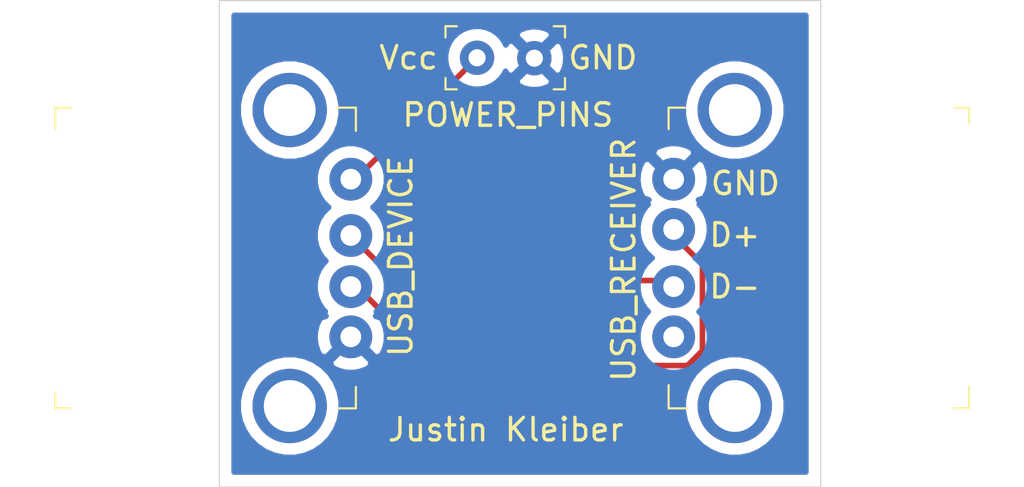
<source format=kicad_pcb>
(kicad_pcb (version 20171130) (host pcbnew 5.1.2-f72e74a~84~ubuntu16.04.1)

  (general
    (thickness 1.6)
    (drawings 10)
    (tracks 11)
    (zones 0)
    (modules 3)
    (nets 8)
  )

  (page A4)
  (layers
    (0 F.Cu signal)
    (31 B.Cu signal)
    (32 B.Adhes user)
    (33 F.Adhes user)
    (34 B.Paste user)
    (35 F.Paste user)
    (36 B.SilkS user)
    (37 F.SilkS user)
    (38 B.Mask user)
    (39 F.Mask user)
    (40 Dwgs.User user)
    (41 Cmts.User user)
    (42 Eco1.User user)
    (43 Eco2.User user)
    (44 Edge.Cuts user)
    (45 Margin user)
    (46 B.CrtYd user)
    (47 F.CrtYd user)
    (48 B.Fab user)
    (49 F.Fab user)
  )

  (setup
    (last_trace_width 0.25)
    (trace_clearance 0.2)
    (zone_clearance 0.508)
    (zone_45_only no)
    (trace_min 0.2)
    (via_size 0.8)
    (via_drill 0.4)
    (via_min_size 0.4)
    (via_min_drill 0.3)
    (uvia_size 0.3)
    (uvia_drill 0.1)
    (uvias_allowed no)
    (uvia_min_size 0.2)
    (uvia_min_drill 0.1)
    (edge_width 0.05)
    (segment_width 0.2)
    (pcb_text_width 0.3)
    (pcb_text_size 1.5 1.5)
    (mod_edge_width 0.12)
    (mod_text_size 1 1)
    (mod_text_width 0.15)
    (pad_size 1.524 1.524)
    (pad_drill 0.762)
    (pad_to_mask_clearance 0.051)
    (solder_mask_min_width 0.25)
    (aux_axis_origin 0 0)
    (visible_elements FFFFFF7F)
    (pcbplotparams
      (layerselection 0x010fc_ffffffff)
      (usegerberextensions false)
      (usegerberattributes false)
      (usegerberadvancedattributes false)
      (creategerberjobfile false)
      (excludeedgelayer true)
      (linewidth 0.100000)
      (plotframeref false)
      (viasonmask false)
      (mode 1)
      (useauxorigin false)
      (hpglpennumber 1)
      (hpglpenspeed 20)
      (hpglpendiameter 15.000000)
      (psnegative false)
      (psa4output false)
      (plotreference true)
      (plotvalue true)
      (plotinvisibletext false)
      (padsonsilk false)
      (subtractmaskfromsilk false)
      (outputformat 1)
      (mirror false)
      (drillshape 0)
      (scaleselection 1)
      (outputdirectory "gerber_files/"))
  )

  (net 0 "")
  (net 1 GND)
  (net 2 "Net-(POWER_PINS1-Pad1)")
  (net 3 "Net-(USB_DEVICE1-Pad3)")
  (net 4 "Net-(USB_DEVICE1-Pad2)")
  (net 5 "Net-(USB_DEVICE1-PadSH)")
  (net 6 "Net-(USB_RECEIVER1-Pad1)")
  (net 7 "Net-(USB_RECEIVER1-PadSH)")

  (net_class Default "This is the default net class."
    (clearance 0.2)
    (trace_width 0.25)
    (via_dia 0.8)
    (via_drill 0.4)
    (uvia_dia 0.3)
    (uvia_drill 0.1)
    (add_net GND)
    (add_net "Net-(POWER_PINS1-Pad1)")
    (add_net "Net-(USB_DEVICE1-Pad2)")
    (add_net "Net-(USB_DEVICE1-Pad3)")
    (add_net "Net-(USB_DEVICE1-PadSH)")
    (add_net "Net-(USB_RECEIVER1-Pad1)")
    (add_net "Net-(USB_RECEIVER1-PadSH)")
  )

  (module digikey-footprints:USB_A_Female_UE27AC54100 (layer F.Cu) (tedit 5D2AB2B8) (tstamp 5D2AFBC4)
    (at 78.05 74.93 270)
    (path /5D2D9EC0)
    (fp_text reference USB_DEVICE (at -0.075 -4.925 270) (layer F.SilkS)
      (effects (font (size 1 1) (thickness 0.15)))
    )
    (fp_text value UE27AC54100 (at 0 12 270) (layer F.Fab)
      (effects (font (size 1 1) (thickness 0.15)))
    )
    (fp_line (start -6.55 -2.82) (end 6.55 -2.82) (layer F.Fab) (width 0.1))
    (fp_line (start 6.55 -2.82) (end 6.55 10.28) (layer F.Fab) (width 0.1))
    (fp_line (start -6.55 -2.82) (end -6.55 10.28) (layer F.Fab) (width 0.1))
    (fp_line (start -6.55 10.28) (end 6.55 10.28) (layer F.Fab) (width 0.1))
    (fp_line (start 6.675 -2.935) (end 6.675 -2.21) (layer F.SilkS) (width 0.1))
    (fp_line (start 5.725 -2.935) (end 6.675 -2.935) (layer F.SilkS) (width 0.1))
    (fp_line (start -6.675 -2.935) (end -6.675 -2.135) (layer F.SilkS) (width 0.1))
    (fp_line (start -5.65 -2.935) (end -6.675 -2.935) (layer F.SilkS) (width 0.1))
    (fp_line (start 6.675 10.395) (end 5.975 10.395) (layer F.SilkS) (width 0.1))
    (fp_line (start 6.675 9.745) (end 6.675 10.395) (layer F.SilkS) (width 0.1))
    (fp_line (start -6.675 10.395) (end -6.675 9.72) (layer F.SilkS) (width 0.1))
    (fp_line (start -5.7 10.395) (end -6.675 10.395) (layer F.SilkS) (width 0.1))
    (fp_line (start -8.45 -3.94) (end 8.45 -3.94) (layer F.CrtYd) (width 0.05))
    (fp_line (start 8.45 -3.94) (end 8.45 10.57) (layer F.CrtYd) (width 0.05))
    (fp_line (start -8.45 -3.94) (end -8.45 10.57) (layer F.CrtYd) (width 0.05))
    (fp_line (start -8.45 10.57) (end 8.45 10.57) (layer F.CrtYd) (width 0.05))
    (fp_text user %R (at -0.025 0.975 270) (layer F.Fab)
      (effects (font (size 1 1) (thickness 0.15)))
    )
    (pad 4 thru_hole circle (at 3.5 -2.71 270) (size 1.9 1.9) (drill 0.92) (layers *.Cu *.Mask)
      (net 1 GND))
    (pad 3 thru_hole circle (at 1.27 -2.71 270) (size 1.9 1.9) (drill 0.92) (layers *.Cu *.Mask)
      (net 3 "Net-(USB_DEVICE1-Pad3)"))
    (pad 2 thru_hole circle (at -1 -2.71 270) (size 1.9 1.9) (drill 0.92) (layers *.Cu *.Mask)
      (net 4 "Net-(USB_DEVICE1-Pad2)"))
    (pad 1 thru_hole circle (at -3.5 -2.71 270) (size 1.9 1.9) (drill 0.92) (layers *.Cu *.Mask)
      (net 2 "Net-(POWER_PINS1-Pad1)"))
    (pad SH thru_hole circle (at 6.57 0 270) (size 3.3 3.3) (drill 2.3) (layers *.Cu *.Mask)
      (net 5 "Net-(USB_DEVICE1-PadSH)"))
    (pad SH thru_hole circle (at -6.57 0 270) (size 3.3 3.3) (drill 2.3) (layers *.Cu *.Mask)
      (net 5 "Net-(USB_DEVICE1-PadSH)"))
  )

  (module digikey-footprints:USB_A_Female_UE27AC54100 (layer F.Cu) (tedit 5D2AB266) (tstamp 5D2AFBDF)
    (at 97.79 74.93 90)
    (path /5D2D4224)
    (fp_text reference USB_RECEIVER (at -0.075 -4.925 90) (layer F.SilkS)
      (effects (font (size 1 1) (thickness 0.15)))
    )
    (fp_text value UE27AC54100 (at 0 12 90) (layer F.Fab)
      (effects (font (size 1 1) (thickness 0.15)))
    )
    (fp_line (start -6.55 -2.82) (end 6.55 -2.82) (layer F.Fab) (width 0.1))
    (fp_line (start 6.55 -2.82) (end 6.55 10.28) (layer F.Fab) (width 0.1))
    (fp_line (start -6.55 -2.82) (end -6.55 10.28) (layer F.Fab) (width 0.1))
    (fp_line (start -6.55 10.28) (end 6.55 10.28) (layer F.Fab) (width 0.1))
    (fp_line (start 6.675 -2.935) (end 6.675 -2.21) (layer F.SilkS) (width 0.1))
    (fp_line (start 5.725 -2.935) (end 6.675 -2.935) (layer F.SilkS) (width 0.1))
    (fp_line (start -6.675 -2.935) (end -6.675 -2.135) (layer F.SilkS) (width 0.1))
    (fp_line (start -5.65 -2.935) (end -6.675 -2.935) (layer F.SilkS) (width 0.1))
    (fp_line (start 6.675 10.395) (end 5.975 10.395) (layer F.SilkS) (width 0.1))
    (fp_line (start 6.675 9.745) (end 6.675 10.395) (layer F.SilkS) (width 0.1))
    (fp_line (start -6.675 10.395) (end -6.675 9.72) (layer F.SilkS) (width 0.1))
    (fp_line (start -5.7 10.395) (end -6.675 10.395) (layer F.SilkS) (width 0.1))
    (fp_line (start -8.45 -3.94) (end 8.45 -3.94) (layer F.CrtYd) (width 0.05))
    (fp_line (start 8.45 -3.94) (end 8.45 10.57) (layer F.CrtYd) (width 0.05))
    (fp_line (start -8.45 -3.94) (end -8.45 10.57) (layer F.CrtYd) (width 0.05))
    (fp_line (start -8.45 10.57) (end 8.45 10.57) (layer F.CrtYd) (width 0.05))
    (fp_text user %R (at -0.025 0.975 90) (layer F.Fab)
      (effects (font (size 1 1) (thickness 0.15)))
    )
    (pad 4 thru_hole circle (at 3.5 -2.71 90) (size 1.9 1.9) (drill 0.92) (layers *.Cu *.Mask)
      (net 1 GND))
    (pad 3 thru_hole circle (at 1.27 -2.71 90) (size 1.9 1.9) (drill 0.92) (layers *.Cu *.Mask)
      (net 3 "Net-(USB_DEVICE1-Pad3)"))
    (pad 2 thru_hole circle (at -1.27 -2.71 90) (size 1.9 1.9) (drill 0.92) (layers *.Cu *.Mask)
      (net 4 "Net-(USB_DEVICE1-Pad2)"))
    (pad 1 thru_hole circle (at -3.5 -2.71 90) (size 1.9 1.9) (drill 0.92) (layers *.Cu *.Mask)
      (net 6 "Net-(USB_RECEIVER1-Pad1)"))
    (pad SH thru_hole circle (at 6.57 0 90) (size 3.3 3.3) (drill 2.3) (layers *.Cu *.Mask)
      (net 7 "Net-(USB_RECEIVER1-PadSH)"))
    (pad SH thru_hole circle (at -6.57 0 90) (size 3.3 3.3) (drill 2.3) (layers *.Cu *.Mask)
      (net 7 "Net-(USB_RECEIVER1-PadSH)"))
  )

  (module digikey-footprints:PinHeader_1x2_P2.54mm (layer F.Cu) (tedit 5A57D437) (tstamp 5D2AFBA9)
    (at 86.36 66.04)
    (path /5D2D024E)
    (fp_text reference POWER_PINS (at 1.37 2.54) (layer F.SilkS)
      (effects (font (size 1 1) (thickness 0.15)))
    )
    (fp_text value M20-9990246 (at 1.26 2.84) (layer F.Fab)
      (effects (font (size 1 1) (thickness 0.15)))
    )
    (fp_line (start -1.27 1.27) (end -1.27 -1.27) (layer F.Fab) (width 0.1))
    (fp_line (start -1.27 -1.27) (end 3.81 -1.27) (layer F.Fab) (width 0.1))
    (fp_line (start 3.81 1.27) (end 3.81 -1.27) (layer F.Fab) (width 0.1))
    (fp_line (start -1.27 1.27) (end 3.81 1.27) (layer F.Fab) (width 0.1))
    (fp_line (start 3.9 -1.4) (end 3.4 -1.4) (layer F.SilkS) (width 0.1))
    (fp_line (start 3.9 -1.4) (end 3.9 -0.9) (layer F.SilkS) (width 0.1))
    (fp_line (start -1.4 -1.4) (end -0.9 -1.4) (layer F.SilkS) (width 0.1))
    (fp_line (start -1.4 -1.4) (end -1.4 -0.9) (layer F.SilkS) (width 0.1))
    (fp_line (start -1.4 1.4) (end -0.9 1.4) (layer F.SilkS) (width 0.1))
    (fp_line (start -1.4 1.4) (end -1.4 0.9) (layer F.SilkS) (width 0.1))
    (fp_line (start 3.9 1.4) (end 3.4 1.4) (layer F.SilkS) (width 0.1))
    (fp_line (start 3.9 1.4) (end 3.9 0.9) (layer F.SilkS) (width 0.1))
    (fp_text user %R (at 1.2 0) (layer F.Fab)
      (effects (font (size 1 1) (thickness 0.15)))
    )
    (fp_line (start 4.06 -1.52) (end -1.52 -1.52) (layer F.CrtYd) (width 0.05))
    (fp_line (start 4.06 -1.52) (end 4.06 1.52) (layer F.CrtYd) (width 0.05))
    (fp_line (start -1.52 -1.52) (end -1.52 1.52) (layer F.CrtYd) (width 0.05))
    (fp_line (start 4.06 1.52) (end -1.52 1.52) (layer F.CrtYd) (width 0.05))
    (pad 2 thru_hole circle (at 2.54 0.02) (size 1.524 1.524) (drill 0.762) (layers *.Cu *.Mask)
      (net 1 GND))
    (pad 1 thru_hole circle (at 0 0) (size 1.524 1.524) (drill 0.762) (layers *.Cu *.Mask)
      (net 2 "Net-(POWER_PINS1-Pad1)"))
  )

  (gr_text Vcc (at 83.32 66.04) (layer F.SilkS)
    (effects (font (size 1 1) (thickness 0.15)))
  )
  (gr_text "GND\n" (at 91.94 66.04) (layer F.SilkS)
    (effects (font (size 1 1) (thickness 0.15)))
  )
  (gr_line (start 74.93 85.09) (end 74.93 63.5) (layer Edge.Cuts) (width 0.05) (tstamp 5D2C6819))
  (gr_line (start 101.6 85.09) (end 74.93 85.09) (layer Edge.Cuts) (width 0.05))
  (gr_line (start 101.6 63.5) (end 101.6 85.09) (layer Edge.Cuts) (width 0.05))
  (gr_line (start 74.93 63.5) (end 101.6 63.5) (layer Edge.Cuts) (width 0.05))
  (gr_text D- (at 97.79 76.2) (layer F.SilkS)
    (effects (font (size 1 1) (thickness 0.15)))
  )
  (gr_text D+ (at 97.79 73.91) (layer F.SilkS)
    (effects (font (size 1 1) (thickness 0.15)))
  )
  (gr_text GND (at 98.26 71.62) (layer F.SilkS)
    (effects (font (size 1 1) (thickness 0.15)))
  )
  (gr_text "Justin Kleiber" (at 87.63 82.55) (layer F.SilkS)
    (effects (font (size 1 1) (thickness 0.15)))
  )

  (segment (start 94.27 71.43) (end 95.08 71.43) (width 0.25) (layer F.Cu) (net 1))
  (segment (start 80.97 71.43) (end 80.76 71.43) (width 0.25) (layer F.Cu) (net 2))
  (segment (start 86.36 66.04) (end 80.97 71.43) (width 0.25) (layer F.Cu) (net 2))
  (segment (start 96.355001 75.205001) (end 96.029999 74.879999) (width 0.25) (layer F.Cu) (net 3))
  (segment (start 95.692001 79.705001) (end 96.355001 79.042001) (width 0.25) (layer F.Cu) (net 3))
  (segment (start 84.535001 79.705001) (end 95.692001 79.705001) (width 0.25) (layer F.Cu) (net 3))
  (segment (start 96.029999 74.879999) (end 95.08 73.93) (width 0.25) (layer F.Cu) (net 3))
  (segment (start 96.355001 79.042001) (end 96.355001 75.205001) (width 0.25) (layer F.Cu) (net 3))
  (segment (start 80.76 75.93) (end 84.535001 79.705001) (width 0.25) (layer F.Cu) (net 3))
  (segment (start 82.76 75.93) (end 95.08 75.93) (width 0.25) (layer F.Cu) (net 4))
  (segment (start 80.76 73.93) (end 82.76 75.93) (width 0.25) (layer F.Cu) (net 4))

  (zone (net 1) (net_name GND) (layer B.Cu) (tstamp 5D2D1272) (hatch edge 0.508)
    (connect_pads (clearance 0.508))
    (min_thickness 0.254)
    (fill yes (arc_segments 32) (thermal_gap 0.508) (thermal_bridge_width 0.508))
    (polygon
      (pts
        (xy 101.6 63.5) (xy 74.93 63.5) (xy 74.93 85.09) (xy 101.6 85.09)
      )
    )
    (filled_polygon
      (pts
        (xy 100.940001 84.43) (xy 75.59 84.43) (xy 75.59 81.274947) (xy 75.765 81.274947) (xy 75.765 81.725053)
        (xy 75.852811 82.16651) (xy 76.025059 82.582353) (xy 76.275125 82.956603) (xy 76.593397 83.274875) (xy 76.967647 83.524941)
        (xy 77.38349 83.697189) (xy 77.824947 83.785) (xy 78.275053 83.785) (xy 78.71651 83.697189) (xy 79.132353 83.524941)
        (xy 79.506603 83.274875) (xy 79.824875 82.956603) (xy 80.074941 82.582353) (xy 80.247189 82.16651) (xy 80.335 81.725053)
        (xy 80.335 81.274947) (xy 95.505 81.274947) (xy 95.505 81.725053) (xy 95.592811 82.16651) (xy 95.765059 82.582353)
        (xy 96.015125 82.956603) (xy 96.333397 83.274875) (xy 96.707647 83.524941) (xy 97.12349 83.697189) (xy 97.564947 83.785)
        (xy 98.015053 83.785) (xy 98.45651 83.697189) (xy 98.872353 83.524941) (xy 99.246603 83.274875) (xy 99.564875 82.956603)
        (xy 99.814941 82.582353) (xy 99.987189 82.16651) (xy 100.075 81.725053) (xy 100.075 81.274947) (xy 99.987189 80.83349)
        (xy 99.814941 80.417647) (xy 99.564875 80.043397) (xy 99.246603 79.725125) (xy 98.872353 79.475059) (xy 98.45651 79.302811)
        (xy 98.015053 79.215) (xy 97.564947 79.215) (xy 97.12349 79.302811) (xy 96.707647 79.475059) (xy 96.333397 79.725125)
        (xy 96.015125 80.043397) (xy 95.765059 80.417647) (xy 95.592811 80.83349) (xy 95.505 81.274947) (xy 80.335 81.274947)
        (xy 80.247189 80.83349) (xy 80.074941 80.417647) (xy 79.824875 80.043397) (xy 79.506603 79.725125) (xy 79.214207 79.529752)
        (xy 79.839853 79.529752) (xy 79.929579 79.789042) (xy 80.210671 79.924935) (xy 80.512873 80.003379) (xy 80.824573 80.021359)
        (xy 81.133791 79.978184) (xy 81.428644 79.875513) (xy 81.590421 79.789042) (xy 81.680147 79.529752) (xy 80.76 78.609605)
        (xy 79.839853 79.529752) (xy 79.214207 79.529752) (xy 79.132353 79.475059) (xy 78.71651 79.302811) (xy 78.275053 79.215)
        (xy 77.824947 79.215) (xy 77.38349 79.302811) (xy 76.967647 79.475059) (xy 76.593397 79.725125) (xy 76.275125 80.043397)
        (xy 76.025059 80.417647) (xy 75.852811 80.83349) (xy 75.765 81.274947) (xy 75.59 81.274947) (xy 75.59 78.494573)
        (xy 79.168641 78.494573) (xy 79.211816 78.803791) (xy 79.314487 79.098644) (xy 79.400958 79.260421) (xy 79.660248 79.350147)
        (xy 80.580395 78.43) (xy 80.566253 78.415858) (xy 80.745858 78.236253) (xy 80.76 78.250395) (xy 80.774143 78.236253)
        (xy 80.953748 78.415858) (xy 80.939605 78.43) (xy 81.859752 79.350147) (xy 82.119042 79.260421) (xy 82.254935 78.979329)
        (xy 82.333379 78.677127) (xy 82.351359 78.365427) (xy 82.308184 78.056209) (xy 82.205513 77.761356) (xy 82.119042 77.599579)
        (xy 81.859754 77.509854) (xy 81.975557 77.394051) (xy 81.891518 77.310012) (xy 81.99115 77.210379) (xy 82.164609 76.950779)
        (xy 82.284089 76.662327) (xy 82.345 76.356109) (xy 82.345 76.043891) (xy 82.284089 75.737673) (xy 82.164609 75.449221)
        (xy 81.99115 75.189621) (xy 81.866529 75.065) (xy 81.99115 74.940379) (xy 82.164609 74.680779) (xy 82.284089 74.392327)
        (xy 82.345 74.086109) (xy 82.345 73.773891) (xy 82.284089 73.467673) (xy 82.164609 73.179221) (xy 81.99115 72.919621)
        (xy 81.770379 72.69885) (xy 81.742168 72.68) (xy 81.770379 72.66115) (xy 81.99115 72.440379) (xy 82.164609 72.180779)
        (xy 82.284089 71.892327) (xy 82.345 71.586109) (xy 82.345 71.494573) (xy 93.488641 71.494573) (xy 93.531816 71.803791)
        (xy 93.634487 72.098644) (xy 93.720958 72.260421) (xy 93.980246 72.350146) (xy 93.864443 72.465949) (xy 93.948483 72.549989)
        (xy 93.84885 72.649621) (xy 93.675391 72.909221) (xy 93.555911 73.197673) (xy 93.495 73.503891) (xy 93.495 73.816109)
        (xy 93.555911 74.122327) (xy 93.675391 74.410779) (xy 93.84885 74.670379) (xy 94.069621 74.89115) (xy 94.127764 74.93)
        (xy 94.069621 74.96885) (xy 93.84885 75.189621) (xy 93.675391 75.449221) (xy 93.555911 75.737673) (xy 93.495 76.043891)
        (xy 93.495 76.356109) (xy 93.555911 76.662327) (xy 93.675391 76.950779) (xy 93.84885 77.210379) (xy 93.953471 77.315)
        (xy 93.84885 77.419621) (xy 93.675391 77.679221) (xy 93.555911 77.967673) (xy 93.495 78.273891) (xy 93.495 78.586109)
        (xy 93.555911 78.892327) (xy 93.675391 79.180779) (xy 93.84885 79.440379) (xy 94.069621 79.66115) (xy 94.329221 79.834609)
        (xy 94.617673 79.954089) (xy 94.923891 80.015) (xy 95.236109 80.015) (xy 95.542327 79.954089) (xy 95.830779 79.834609)
        (xy 96.090379 79.66115) (xy 96.31115 79.440379) (xy 96.484609 79.180779) (xy 96.604089 78.892327) (xy 96.665 78.586109)
        (xy 96.665 78.273891) (xy 96.604089 77.967673) (xy 96.484609 77.679221) (xy 96.31115 77.419621) (xy 96.206529 77.315)
        (xy 96.31115 77.210379) (xy 96.484609 76.950779) (xy 96.604089 76.662327) (xy 96.665 76.356109) (xy 96.665 76.043891)
        (xy 96.604089 75.737673) (xy 96.484609 75.449221) (xy 96.31115 75.189621) (xy 96.090379 74.96885) (xy 96.032236 74.93)
        (xy 96.090379 74.89115) (xy 96.31115 74.670379) (xy 96.484609 74.410779) (xy 96.604089 74.122327) (xy 96.665 73.816109)
        (xy 96.665 73.503891) (xy 96.604089 73.197673) (xy 96.484609 72.909221) (xy 96.31115 72.649621) (xy 96.211518 72.549989)
        (xy 96.295557 72.465949) (xy 96.179754 72.350146) (xy 96.439042 72.260421) (xy 96.574935 71.979329) (xy 96.653379 71.677127)
        (xy 96.671359 71.365427) (xy 96.628184 71.056209) (xy 96.525513 70.761356) (xy 96.439042 70.599579) (xy 96.179752 70.509853)
        (xy 95.259605 71.43) (xy 95.273748 71.444143) (xy 95.094143 71.623748) (xy 95.08 71.609605) (xy 95.065858 71.623748)
        (xy 94.886253 71.444143) (xy 94.900395 71.43) (xy 93.980248 70.509853) (xy 93.720958 70.599579) (xy 93.585065 70.880671)
        (xy 93.506621 71.182873) (xy 93.488641 71.494573) (xy 82.345 71.494573) (xy 82.345 71.273891) (xy 82.284089 70.967673)
        (xy 82.164609 70.679221) (xy 81.99115 70.419621) (xy 81.901777 70.330248) (xy 94.159853 70.330248) (xy 95.08 71.250395)
        (xy 96.000147 70.330248) (xy 95.910421 70.070958) (xy 95.629329 69.935065) (xy 95.327127 69.856621) (xy 95.015427 69.838641)
        (xy 94.706209 69.881816) (xy 94.411356 69.984487) (xy 94.249579 70.070958) (xy 94.159853 70.330248) (xy 81.901777 70.330248)
        (xy 81.770379 70.19885) (xy 81.510779 70.025391) (xy 81.222327 69.905911) (xy 80.916109 69.845) (xy 80.603891 69.845)
        (xy 80.297673 69.905911) (xy 80.009221 70.025391) (xy 79.749621 70.19885) (xy 79.52885 70.419621) (xy 79.355391 70.679221)
        (xy 79.235911 70.967673) (xy 79.175 71.273891) (xy 79.175 71.586109) (xy 79.235911 71.892327) (xy 79.355391 72.180779)
        (xy 79.52885 72.440379) (xy 79.749621 72.66115) (xy 79.777832 72.68) (xy 79.749621 72.69885) (xy 79.52885 72.919621)
        (xy 79.355391 73.179221) (xy 79.235911 73.467673) (xy 79.175 73.773891) (xy 79.175 74.086109) (xy 79.235911 74.392327)
        (xy 79.355391 74.680779) (xy 79.52885 74.940379) (xy 79.653471 75.065) (xy 79.52885 75.189621) (xy 79.355391 75.449221)
        (xy 79.235911 75.737673) (xy 79.175 76.043891) (xy 79.175 76.356109) (xy 79.235911 76.662327) (xy 79.355391 76.950779)
        (xy 79.52885 77.210379) (xy 79.628483 77.310012) (xy 79.544443 77.394051) (xy 79.660246 77.509854) (xy 79.400958 77.599579)
        (xy 79.265065 77.880671) (xy 79.186621 78.182873) (xy 79.168641 78.494573) (xy 75.59 78.494573) (xy 75.59 68.134947)
        (xy 75.765 68.134947) (xy 75.765 68.585053) (xy 75.852811 69.02651) (xy 76.025059 69.442353) (xy 76.275125 69.816603)
        (xy 76.593397 70.134875) (xy 76.967647 70.384941) (xy 77.38349 70.557189) (xy 77.824947 70.645) (xy 78.275053 70.645)
        (xy 78.71651 70.557189) (xy 79.132353 70.384941) (xy 79.506603 70.134875) (xy 79.824875 69.816603) (xy 80.074941 69.442353)
        (xy 80.247189 69.02651) (xy 80.335 68.585053) (xy 80.335 68.134947) (xy 95.505 68.134947) (xy 95.505 68.585053)
        (xy 95.592811 69.02651) (xy 95.765059 69.442353) (xy 96.015125 69.816603) (xy 96.333397 70.134875) (xy 96.707647 70.384941)
        (xy 97.12349 70.557189) (xy 97.564947 70.645) (xy 98.015053 70.645) (xy 98.45651 70.557189) (xy 98.872353 70.384941)
        (xy 99.246603 70.134875) (xy 99.564875 69.816603) (xy 99.814941 69.442353) (xy 99.987189 69.02651) (xy 100.075 68.585053)
        (xy 100.075 68.134947) (xy 99.987189 67.69349) (xy 99.814941 67.277647) (xy 99.564875 66.903397) (xy 99.246603 66.585125)
        (xy 98.872353 66.335059) (xy 98.45651 66.162811) (xy 98.015053 66.075) (xy 97.564947 66.075) (xy 97.12349 66.162811)
        (xy 96.707647 66.335059) (xy 96.333397 66.585125) (xy 96.015125 66.903397) (xy 95.765059 67.277647) (xy 95.592811 67.69349)
        (xy 95.505 68.134947) (xy 80.335 68.134947) (xy 80.247189 67.69349) (xy 80.074941 67.277647) (xy 79.824875 66.903397)
        (xy 79.506603 66.585125) (xy 79.132353 66.335059) (xy 78.71651 66.162811) (xy 78.275053 66.075) (xy 77.824947 66.075)
        (xy 77.38349 66.162811) (xy 76.967647 66.335059) (xy 76.593397 66.585125) (xy 76.275125 66.903397) (xy 76.025059 67.277647)
        (xy 75.852811 67.69349) (xy 75.765 68.134947) (xy 75.59 68.134947) (xy 75.59 65.902408) (xy 84.963 65.902408)
        (xy 84.963 66.177592) (xy 85.016686 66.44749) (xy 85.121995 66.701727) (xy 85.27488 66.930535) (xy 85.469465 67.12512)
        (xy 85.698273 67.278005) (xy 85.95251 67.383314) (xy 86.222408 67.437) (xy 86.497592 67.437) (xy 86.76749 67.383314)
        (xy 87.021727 67.278005) (xy 87.250535 67.12512) (xy 87.35009 67.025565) (xy 88.11404 67.025565) (xy 88.18102 67.265656)
        (xy 88.430048 67.382756) (xy 88.697135 67.449023) (xy 88.972017 67.46191) (xy 89.244133 67.420922) (xy 89.503023 67.327636)
        (xy 89.61898 67.265656) (xy 89.68596 67.025565) (xy 88.9 66.239605) (xy 88.11404 67.025565) (xy 87.35009 67.025565)
        (xy 87.44512 66.930535) (xy 87.598005 66.701727) (xy 87.623838 66.639361) (xy 87.632364 66.663023) (xy 87.694344 66.77898)
        (xy 87.934435 66.84596) (xy 88.720395 66.06) (xy 89.079605 66.06) (xy 89.865565 66.84596) (xy 90.105656 66.77898)
        (xy 90.222756 66.529952) (xy 90.289023 66.262865) (xy 90.30191 65.987983) (xy 90.260922 65.715867) (xy 90.167636 65.456977)
        (xy 90.105656 65.34102) (xy 89.865565 65.27404) (xy 89.079605 66.06) (xy 88.720395 66.06) (xy 87.934435 65.27404)
        (xy 87.694344 65.34102) (xy 87.63492 65.467393) (xy 87.598005 65.378273) (xy 87.44512 65.149465) (xy 87.39009 65.094435)
        (xy 88.11404 65.094435) (xy 88.9 65.880395) (xy 89.68596 65.094435) (xy 89.61898 64.854344) (xy 89.369952 64.737244)
        (xy 89.102865 64.670977) (xy 88.827983 64.65809) (xy 88.555867 64.699078) (xy 88.296977 64.792364) (xy 88.18102 64.854344)
        (xy 88.11404 65.094435) (xy 87.39009 65.094435) (xy 87.250535 64.95488) (xy 87.021727 64.801995) (xy 86.76749 64.696686)
        (xy 86.497592 64.643) (xy 86.222408 64.643) (xy 85.95251 64.696686) (xy 85.698273 64.801995) (xy 85.469465 64.95488)
        (xy 85.27488 65.149465) (xy 85.121995 65.378273) (xy 85.016686 65.63251) (xy 84.963 65.902408) (xy 75.59 65.902408)
        (xy 75.59 64.16) (xy 100.94 64.16)
      )
    )
  )
)

</source>
